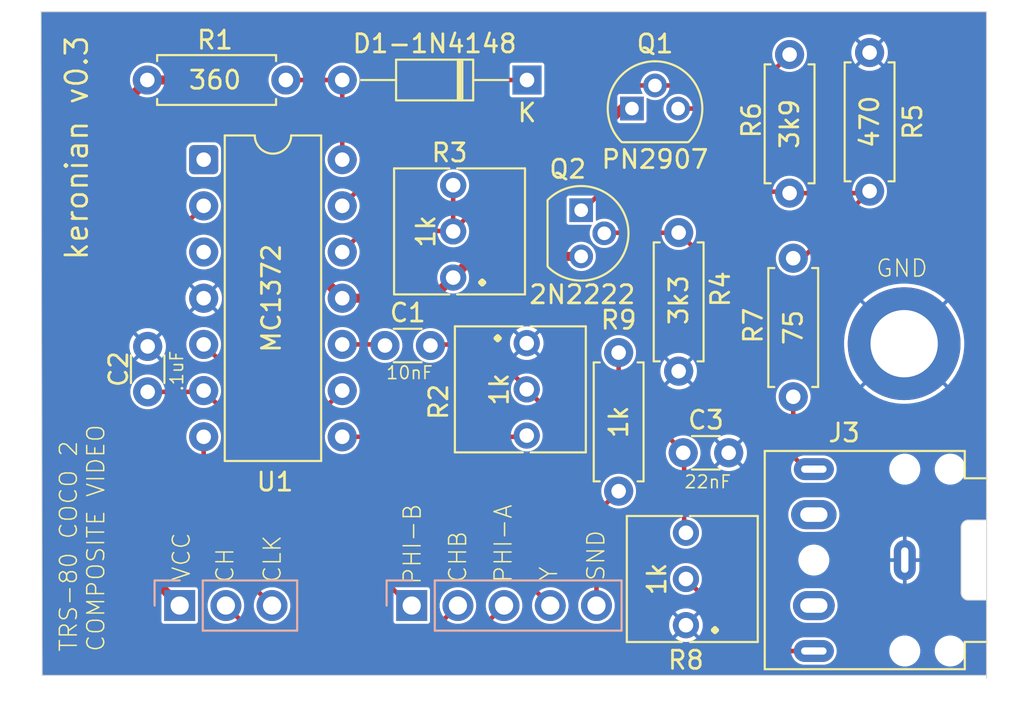
<source format=kicad_pcb>
(kicad_pcb (version 20241229) (generator "pcbnew") (generator_version "9.0")
  (layers (0 "F.Cu" signal) (2 "B.Cu" signal) (13 "F.Paste" user) (15 "B.Paste" user) (5 "F.SilkS" user "F.Silkscreen") (7 "B.SilkS" user "B.Silkscreen") (1 "F.Mask" user) (3 "B.Mask" user) (25 "Edge.Cuts" user))
  (net 0 "")
  (net 1 "VCC")
  (net 2 "GND")
  (net 5 "/CHB")
  (net 6 "/SND_OUT")
  (net 7 "/CLK")
  (net 8 "/Y")
  (net 9 "/PHI-B")
  (net 10 "/SND")
  (net 11 "/PHI-A")
  (net 12 "/RF_OUT")
  (net 13 "/COMP_OUT")
  (net 14 "/CHROM_MOD_OUT")
  (net 15 "/Q1_E")
  (net 16 "/Q2_E")
  (net 17 "/RF_TANK_2")
  (net 18 "/CHROM_IN")
  (net 19 "/RF_TANK_1")
  (net 20 "/CH")
  (net 21 "/SND_OUT_RES")
  (footprint "Capacitor_THT:C_Disc_D3.0mm_W1.6mm_P2.50mm" (layer "F.Cu") (at 151.35 112.6)
    (property "Reference" "C3" (at 1.25 -1.8 0) (layer "F.SilkS"))
    (property "Value" "22nF" (at 1.35 1.6 0) (layer "F.SilkS") (effects (font (size 0.7 0.7) (thickness 0.0875))))
    (fp_line (start 0.485 -0.92) (end 2.015 -0.92) (stroke (width 0.12)) (layer "F.SilkS"))
    (fp_line (start 0.485 0.92) (end 2.015 0.92) (stroke (width 0.12)) (layer "F.SilkS"))
    (pad "1" thru_hole circle (at 0 0) (size 1.6 1.6) (drill 0.8) (layers "*.Cu" "*.Mask") (net 21 "/SND_OUT_RES"))
    (pad "2" thru_hole circle (at 2.5 0) (size 1.6 1.6) (drill 0.8) (layers "*.Cu" "*.Mask") (net 2 "GND"))
  )
  (footprint "Connector_Audio:Jack_3.5mm_CUI_SJ1-3525N_Horizontal" (layer "F.Cu") (at 163.5342 118.5 90)
    (property "Reference" "J3" (at 7 -3.3342 0) (layer "F.SilkS"))
    (property "Value" "AUDIO_JACK_3.5MM_PTH")
    (fp_line (start 6 -7.7) (end 6 3.3) (stroke (width 0.12)) (layer "F.SilkS"))
    (fp_line (start -6 -7.7) (end 6 -7.7) (stroke (width 0.12)) (layer "F.SilkS"))
    (fp_line (start 6 3.3) (end 4.5 3.3) (stroke (width 0.12)) (layer "F.SilkS"))
    (fp_line (start 4.5 3.3) (end 4.5 4.5) (stroke (width 0.12)) (layer "F.SilkS"))
    (fp_line (start -4.5 3.3) (end -6 3.3) (stroke (width 0.12)) (layer "F.SilkS"))
    (fp_line (start -6 3.3) (end -6 -7.7) (stroke (width 0.12)) (layer "F.SilkS"))
    (fp_line (start -4.5 4.5) (end -4.5 3.3) (stroke (width 0.12)) (layer "F.SilkS"))
    (fp_line (start 1.8 3.1) (end -1.8 3.1) (stroke (width 0.05)) (layer "Edge.Cuts"))
    (fp_line (start 2.2 3.5) (end 2.2 4.5) (stroke (width 0.05)) (layer "Edge.Cuts"))
    (fp_line (start -2.2 3.5) (end -2.2 4.5) (stroke (width 0.05)) (layer "Edge.Cuts"))
    (fp_line (start 2.2 4.5) (end 6.5 4.5) (stroke (width 0.05)) (layer "Edge.Cuts"))
    (fp_line (start -2.2 4.5) (end -6.5 4.5) (stroke (width 0.05)) (layer "Edge.Cuts"))
    (fp_arc (start 1.8 3.1) (mid 2.082843 3.217157) (end 2.2 3.5) (stroke (width 0.05)) (layer "Edge.Cuts"))
    (fp_arc (start -2.2 3.5) (mid -2.082842 3.217158) (end -1.8 3.1) (stroke (width 0.05)) (layer "Edge.Cuts"))
    (pad "" np_thru_hole circle (at -5 0 90) (size 1.2 1.2) (drill 1.2) (layers "*.Cu" "*.Mask"))
    (pad "" np_thru_hole circle (at -5 2.5 90) (size 1.2 1.2) (drill 1.2) (layers "*.Cu" "*.Mask"))
    (pad "" np_thru_hole circle (at 0 -5 90) (size 1.2 1.2) (drill 1.2) (layers "*.Cu" "*.Mask"))
    (pad "" np_thru_hole circle (at 5 0 90) (size 1.2 1.2) (drill 1.2) (layers "*.Cu" "*.Mask"))
    (pad "" np_thru_hole circle (at 5 2.5 90) (size 1.2 1.2) (drill 1.2) (layers "*.Cu" "*.Mask"))
    (pad "R" thru_hole oval (at -5 -5 90) (size 1.2 2.2) (drill oval 0.4 1.4) (layers "*.Cu" "*.Mask") (net 6 "/SND_OUT"))
    (pad "RN" thru_hole oval (at -2.5 -5 90) (size 1.6 2.3) (drill oval 0.8 1.5) (layers "*.Cu" "*.Mask"))
    (pad "S" thru_hole oval (at 0 0 90) (size 2.2 1.2) (drill oval 1.4 0.4) (layers "*.Cu" "*.Mask") (net 2 "GND"))
    (pad "T" thru_hole oval (at 5 -5 270) (size 1.2 2.2) (drill oval 0.4 1.4) (layers "*.Cu" "*.Mask") (net 13 "/COMP_OUT"))
    (pad "TN" thru_hole oval (at 2.5 -5 270) (size 1.6 2.5) (drill oval 0.8 1.5) (layers "*.Cu" "*.Mask"))
  )
  (footprint "Resistor_THT:R_Axial_DIN0207_L6.3mm_D2.5mm_P7.62mm_Horizontal" (layer "F.Cu") (at 157.2 90.7 -90)
    (property "Reference" "R6" (at 3.61 2.1 270) (layer "F.SilkS"))
    (property "Value" "3k9" (at 3.81 0 270) (layer "F.SilkS"))
    (fp_line (start 0.54 1.37) (end 7.08 1.37) (stroke (width 0.12)) (layer "F.SilkS"))
    (fp_line (start 7.08 1.37) (end 7.08 1.04) (stroke (width 0.12)) (layer "F.SilkS"))
    (fp_line (start 0.54 1.04) (end 0.54 1.37) (stroke (width 0.12)) (layer "F.SilkS"))
    (fp_line (start 0.54 -1.04) (end 0.54 -1.37) (stroke (width 0.12)) (layer "F.SilkS"))
    (fp_line (start 0.54 -1.37) (end 7.08 -1.37) (stroke (width 0.12)) (layer "F.SilkS"))
    (fp_line (start 7.08 -1.37) (end 7.08 -1.04) (stroke (width 0.12)) (layer "F.SilkS"))
    (pad "1" thru_hole circle (at 0 0 270) (size 1.6 1.6) (drill 0.8) (layers "*.Cu" "*.Mask") (net 12 "/RF_OUT"))
    (pad "2" thru_hole oval (at 7.62 0 270) (size 1.6 1.6) (drill 0.8) (layers "*.Cu" "*.Mask") (net 16 "/Q2_E"))
  )
  (footprint "Capacitor_THT:C_Disc_D3.0mm_W1.6mm_P2.50mm" (layer "F.Cu") (at 121.9 109.25 90)
    (property "Reference" "C2" (at 1.25 -1.6 90) (layer "F.SilkS"))
    (property "Value" ".1uF" (at 1.15 1.6 90) (layer "F.SilkS") (effects (font (size 0.7 0.7) (thickness 0.0875))))
    (fp_line (start 0.485 -0.92) (end 2.015 -0.92) (stroke (width 0.12)) (layer "F.SilkS"))
    (fp_line (start 0.485 0.92) (end 2.015 0.92) (stroke (width 0.12)) (layer "F.SilkS"))
    (pad "1" thru_hole circle (at 0 0 90) (size 1.6 1.6) (drill 0.8) (layers "*.Cu" "*.Mask") (net 5 "/CHB"))
    (pad "2" thru_hole circle (at 2.5 0 90) (size 1.6 1.6) (drill 0.8) (layers "*.Cu" "*.Mask") (net 2 "GND"))
  )
  (footprint "Modified:Potentiometer_Bourns_3266Y_Vertical" (layer "F.Cu") (at 151.5 122.08 -90)
    (property "Reference" "R8" (at 1.92 0 0) (layer "F.SilkS"))
    (property "Value" "1k" (at -2.54 1.6 270) (layer "F.SilkS"))
    (fp_line (start -6.005 3.25) (end 0.925 3.25) (stroke (width 0.12)) (layer "F.SilkS"))
    (fp_line (start -6.005 0.217) (end -6.005 3.25) (stroke (width 0.12)) (layer "F.SilkS"))
    (fp_line (start 0.925 0.217) (end 0.925 3.25) (stroke (width 0.12)) (layer "F.SilkS"))
    (fp_line (start -6.005 -3.95) (end -6.005 -0.217) (stroke (width 0.12)) (layer "F.SilkS"))
    (fp_line (start -6.005 -3.95) (end 0.925 -3.95) (stroke (width 0.12)) (layer "F.SilkS"))
    (fp_line (start 0.925 -3.95) (end 0.925 -0.217) (stroke (width 0.12)) (layer "F.SilkS"))
    (fp_text user "." (at -0.36955 -1.243361 270) (layer "F.SilkS") (effects (font (size 2 2) (thickness 0.25)) (justify left bottom)))
    (pad "1" thru_hole circle (at 0 0 270) (size 1.44 1.44) (drill 0.8) (layers "*.Cu" "*.Mask") (net 2 "GND"))
    (pad "2" thru_hole circle (at -2.54 0 270) (size 1.44 1.44) (drill 0.8) (layers "*.Cu" "*.Mask") (net 6 "/SND_OUT"))
    (pad "3" thru_hole circle (at -5.08 0 270) (size 1.44 1.44) (drill 0.8) (layers "*.Cu" "*.Mask") (net 21 "/SND_OUT_RES"))
  )
  (footprint "Package_TO_SOT_THT:TO-92" (layer "F.Cu") (at 148.53 93.67)
    (property "Reference" "Q1" (at 1.27 -3.56 0) (layer "F.SilkS"))
    (property "Value" "PN2907" (at 1.27 2.79 0) (layer "F.SilkS"))
    (fp_line (start -0.53 1.85) (end 3.07 1.85) (stroke (width 0.12)) (layer "F.SilkS"))
    (fp_arc (start -0.568478 1.838478) (mid -1.132087 -0.994977) (end 1.27 -2.6) (stroke (width 0.12)) (layer "F.SilkS"))
    (fp_arc (start 1.27 -2.6) (mid 3.672087 -0.994977) (end 3.108478 1.838478) (stroke (width 0.12)) (layer "F.SilkS"))
    (pad "1" thru_hole rect (at 0 0) (size 1.3 1.3) (drill 0.75) (layers "*.Cu" "*.Mask") (net 1 "VCC"))
    (pad "2" thru_hole circle (at 1.27 -1.27) (size 1.3 1.3) (drill 0.75) (layers "*.Cu" "*.Mask") (net 12 "/RF_OUT"))
    (pad "3" thru_hole circle (at 2.54 0) (size 1.3 1.3) (drill 0.75) (layers "*.Cu" "*.Mask") (net 15 "/Q1_E"))
  )
  (footprint "Diode_THT:D_DO-35_SOD27_P10.16mm_Horizontal" (layer "F.Cu") (at 142.76 92.1 180)
    (property "Reference" "D1-1N4148" (at 5.08 2 180) (layer "F.SilkS"))
    (property "Value" "1N4148")
    (fp_line (start 9.12 0) (end 7.2 0) (stroke (width 0.12)) (layer "F.SilkS"))
    (fp_line (start 7.2 1.12) (end 7.2 -1.12) (stroke (width 0.12)) (layer "F.SilkS"))
    (fp_line (start 7.2 -1.12) (end 2.96 -1.12) (stroke (width 0.12)) (layer "F.SilkS"))
    (fp_line (start 3.8 -1.12) (end 3.8 1.12) (stroke (width 0.12)) (layer "F.SilkS"))
    (fp_line (start 3.68 -1.12) (end 3.68 1.12) (stroke (width 0.12)) (layer "F.SilkS"))
    (fp_line (start 3.56 -1.12) (end 3.56 1.12) (stroke (width 0.12)) (layer "F.SilkS"))
    (fp_line (start 2.96 1.12) (end 7.2 1.12) (stroke (width 0.12)) (layer "F.SilkS"))
    (fp_line (start 2.96 -1.12) (end 2.96 1.12) (stroke (width 0.12)) (layer "F.SilkS"))
    (fp_line (start 1.04 0) (end 2.96 0) (stroke (width 0.12)) (layer "F.SilkS"))
    (fp_text user "K" (at 0 -1.8 180) (layer "F.SilkS"))
    (pad "1" thru_hole rect (at 0 0 180) (size 1.6 1.6) (drill 0.8) (layers "*.Cu" "*.Mask") (net 19 "/RF_TANK_1"))
    (pad "2" thru_hole oval (at 10.16 0 180) (size 1.6 1.6) (drill 0.8) (layers "*.Cu" "*.Mask") (net 17 "/RF_TANK_2"))
  )
  (footprint "Modified:Potentiometer_Bourns_3266Y_Vertical" (layer "F.Cu") (at 138.7 102.9649 -90)
    (property "Reference" "R3" (at -6.8649 0.2 0) (layer "F.SilkS"))
    (property "Value" "1k" (at -2.54 1.5 90) (layer "F.SilkS"))
    (fp_line (start -6.005 3.25) (end 0.925 3.25) (stroke (width 0.12)) (layer "F.SilkS"))
    (fp_line (start -6.005 0.217) (end -6.005 3.25) (stroke (width 0.12)) (layer "F.SilkS"))
    (fp_line (start 0.925 0.217) (end 0.925 3.25) (stroke (width 0.12)) (layer "F.SilkS"))
    (fp_line (start -6.005 -3.95) (end -6.005 -0.217) (stroke (width 0.12)) (layer "F.SilkS"))
    (fp_line (start -6.005 -3.95) (end 0.925 -3.95) (stroke (width 0.12)) (layer "F.SilkS"))
    (fp_line (start 0.925 -3.95) (end 0.925 -0.217) (stroke (width 0.12)) (layer "F.SilkS"))
    (fp_text user "." (at -0.36955 -1.243361 270) (layer "F.SilkS") (effects (font (size 2 2) (thickness 0.25)) (justify left bottom)))
    (pad "1" thru_hole circle (at 0 0 270) (size 1.44 1.44) (drill 0.8) (layers "*.Cu" "*.Mask") (net 1 "VCC"))
    (pad "2" thru_hole circle (at -2.54 0 270) (size 1.44 1.44) (drill 0.8) (layers "*.Cu" "*.Mask") (net 12 "/RF_OUT"))
    (pad "3" thru_hole circle (at -5.08 0 270) (size 1.44 1.44) (drill 0.8) (layers "*.Cu" "*.Mask") (net 12 "/RF_OUT"))
  )
  (footprint "MountingHole:MountingHole_3.7mm_Pad" (layer "F.Cu") (at 163.5 106.6)
    (property "Reference" "PAD1" (hide yes))
    (property "Value" "2,54/0,8")
    (pad "1" thru_hole circle (at 0 0) (size 6.2 6.2) (drill 3.7) (layers "*.Cu" "*.Mask") (net 2 "GND"))
  )
  (footprint "Package_DIP:DIP-14_W7.62mm" (layer "F.Cu") (at 124.98 96.48)
    (property "Reference" "U1" (at 3.92 17.72 0) (layer "F.SilkS"))
    (property "Value" "MC1372" (at 3.72 7.62 90) (layer "F.SilkS"))
    (fp_line (start 1.16 -1.33) (end 1.16 16.57) (stroke (width 0.12)) (layer "F.SilkS"))
    (fp_line (start 1.16 16.57) (end 6.46 16.57) (stroke (width 0.12)) (layer "F.SilkS"))
    (fp_line (start 2.81 -1.33) (end 1.16 -1.33) (stroke (width 0.12)) (layer "F.SilkS"))
    (fp_line (start 6.46 -1.33) (end 4.81 -1.33) (stroke (width 0.12)) (layer "F.SilkS"))
    (fp_line (start 6.46 16.57) (end 6.46 -1.33) (stroke (width 0.12)) (layer "F.SilkS"))
    (fp_arc (start 4.81 -1.33) (mid 3.81 -0.33) (end 2.81 -1.33) (stroke (width 0.12)) (layer "F.SilkS"))
    (pad "1" thru_hole roundrect (at 0 0) (size 1.6 1.6) (drill 0.8) (layers "*.Cu" "*.Mask") (roundrect_rratio 0.15625))
    (pad "2" thru_hole circle (at 0 2.54) (size 1.6 1.6) (drill 0.8) (layers "*.Cu" "*.Mask") (net 7 "/CLK"))
    (pad "3" thru_hole circle (at 0 5.08) (size 1.6 1.6) (drill 0.8) (layers "*.Cu" "*.Mask"))
    (pad "4" thru_hole circle (at 0 7.62) (size 1.6 1.6) (drill 0.8) (layers "*.Cu" "*.Mask") (net 2 "GND"))
    (pad "5" thru_hole circle (at 0 10.16) (size 1.6 1.6) (drill 0.8) (layers "*.Cu" "*.Mask") (net 9 "/PHI-B"))
    (pad "6" thru_hole circle (at 0 12.7) (size 1.6 1.6) (drill 0.8) (layers "*.Cu" "*.Mask") (net 5 "/CHB"))
    (pad "7" thru_hole circle (at 0 15.24) (size 1.6 1.6) (drill 0.8) (layers "*.Cu" "*.Mask") (net 11 "/PHI-A"))
    (pad "8" thru_hole circle (at 7.62 15.24) (size 1.6 1.6) (drill 0.8) (layers "*.Cu" "*.Mask") (net 14 "/CHROM_MOD_OUT"))
    (pad "9" thru_hole circle (at 7.62 12.7) (size 1.6 1.6) (drill 0.8) (layers "*.Cu" "*.Mask") (net 8 "/Y"))
    (pad "10" thru_hole circle (at 7.62 10.16) (size 1.6 1.6) (drill 0.8) (layers "*.Cu" "*.Mask") (net 18 "/CHROM_IN"))
    (pad "11" thru_hole circle (at 7.62 7.62) (size 1.6 1.6) (drill 0.8) (layers "*.Cu" "*.Mask") (net 1 "VCC"))
    (pad "12" thru_hole circle (at 7.62 5.08) (size 1.6 1.6) (drill 0.8) (layers "*.Cu" "*.Mask") (net 12 "/RF_OUT"))
    (pad "13" thru_hole circle (at 7.62 2.54) (size 1.6 1.6) (drill 0.8) (layers "*.Cu" "*.Mask") (net 19 "/RF_TANK_1"))
    (pad "14" thru_hole circle (at 7.62 0) (size 1.6 1.6) (drill 0.8) (layers "*.Cu" "*.Mask") (net 17 "/RF_TANK_2"))
  )
  (footprint "Capacitor_THT:C_Disc_D3.0mm_W1.6mm_P2.50mm" (layer "F.Cu") (at 134.95 106.7)
    (property "Reference" "C1" (at 1.25 -1.8 0) (layer "F.SilkS"))
    (property "Value" "10nF" (at 1.35 1.5 0) (layer "F.SilkS") (effects (font (size 0.7 0.7) (thickness 0.0875))))
    (fp_line (start 0.485 -0.92) (end 2.015 -0.92) (stroke (width 0.12)) (layer "F.SilkS"))
    (fp_line (start 0.485 0.92) (end 2.015 0.92) (stroke (width 0.12)) (layer "F.SilkS"))
    (pad "1" thru_hole circle (at 0 0) (size 1.6 1.6) (drill 0.8) (layers "*.Cu" "*.Mask") (net 18 "/CHROM_IN"))
    (pad "2" thru_hole circle (at 2.5 0) (size 1.6 1.6) (drill 0.8) (layers "*.Cu" "*.Mask") (net 20 "/CH"))
  )
  (footprint "Resistor_THT:R_Axial_DIN0207_L6.3mm_D2.5mm_P7.62mm_Horizontal" (layer "F.Cu") (at 151.1 108.11 90)
    (property "Reference" "R4" (at 4.51 2.3 90) (layer "F.SilkS"))
    (property "Value" "3k3" (at 3.91 0 90) (layer "F.SilkS"))
    (fp_line (start 7.08 -1.37) (end 7.08 -1.04) (stroke (width 0.12)) (layer "F.SilkS"))
    (fp_line (start 0.54 -1.37) (end 7.08 -1.37) (stroke (width 0.12)) (layer "F.SilkS"))
    (fp_line (start 0.54 -1.04) (end 0.54 -1.37) (stroke (width 0.12)) (layer "F.SilkS"))
    (fp_line (start 0.54 1.04) (end 0.54 1.37) (stroke (width 0.12)) (layer "F.SilkS"))
    (fp_line (start 7.08 1.37) (end 7.08 1.04) (stroke (width 0.12)) (layer "F.SilkS"))
    (fp_line (start 0.54 1.37) (end 7.08 1.37) (stroke (width 0.12)) (layer "F.SilkS"))
    (pad "1" thru_hole circle (at 0 0 90) (size 1.6 1.6) (drill 0.8) (layers "*.Cu" "*.Mask") (net 2 "GND"))
    (pad "2" thru_hole oval (at 7.62 0 90) (size 1.6 1.6) (drill 0.8) (layers "*.Cu" "*.Mask") (net 15 "/Q1_E"))
  )
  (footprint "Resistor_THT:R_Axial_DIN0207_L6.3mm_D2.5mm_P7.62mm_Horizontal" (layer "F.Cu") (at 161.6 90.59 -90)
    (property "Reference" "R5" (at 3.81 -2.37 90) (layer "F.SilkS"))
    (property "Value" "470" (at 3.81 0 90) (layer "F.SilkS"))
    (fp_line (start 0.54 1.37) (end 7.08 1.37) (stroke (width 0.12)) (layer "F.SilkS"))
    (fp_line (start 7.08 1.37) (end 7.08 1.04) (stroke (width 0.12)) (layer "F.SilkS"))
    (fp_line (start 0.54 1.04) (end 0.54 1.37) (stroke (width 0.12)) (layer "F.SilkS"))
    (fp_line (start 0.54 -1.04) (end 0.54 -1.37) (stroke (width 0.12)) (layer "F.SilkS"))
    (fp_line (start 0.54 -1.37) (end 7.08 -1.37) (stroke (width 0.12)) (layer "F.SilkS"))
    (fp_line (start 7.08 -1.37) (end 7.08 -1.04) (stroke (width 0.12)) (layer "F.SilkS"))
    (pad "1" thru_hole circle (at 0 0 270) (size 1.6 1.6) (drill 0.8) (layers "*.Cu" "*.Mask") (net 2 "GND"))
    (pad "2" thru_hole oval (at 7.62 0 270) (size 1.6 1.6) (drill 0.8) (layers "*.Cu" "*.Mask") (net 16 "/Q2_E"))
  )
  (footprint "Package_TO_SOT_THT:TO-92" (layer "F.Cu") (at 145.74 99.26 -90)
    (property "Reference" "Q2" (at -2.26 0.74 0) (layer "F.SilkS"))
    (property "Value" "2N2222" (at 4.64 -0.06 0) (layer "F.SilkS"))
    (fp_line (start -0.53 1.85) (end 3.07 1.85) (stroke (width 0.12)) (layer "F.SilkS"))
    (fp_arc (start -0.568478 1.838478) (mid -1.132087 -0.994977) (end 1.27 -2.6) (stroke (width 0.12)) (layer "F.SilkS"))
    (fp_arc (start 1.27 -2.6) (mid 3.672087 -0.994977) (end 3.108478 1.838478) (stroke (width 0.12)) (layer "F.SilkS"))
    (pad "1" thru_hole rect (at 0 0 270) (size 1.3 1.3) (drill 0.75) (layers "*.Cu" "*.Mask") (net 16 "/Q2_E"))
    (pad "2" thru_hole circle (at 1.27 -1.27 270) (size 1.3 1.3) (drill 0.75) (layers "*.Cu" "*.Mask") (net 15 "/Q1_E"))
    (pad "3" thru_hole circle (at 2.54 0 270) (size 1.3 1.3) (drill 0.75) (layers "*.Cu" "*.Mask") (net 1 "VCC"))
  )
  (footprint "Modified:Potentiometer_Bourns_3266Y_Vertical" (layer "F.Cu") (at 142.745 106.571842 90)
    (property "Reference" "R2" (at -3.228158 -4.845 90) (layer "F.SilkS"))
    (property "Value" "1k" (at -2.54 -1.511842 90) (layer "F.SilkS"))
    (fp_line (start 0.925 -3.95) (end 0.925 -0.217) (stroke (width 0.12)) (layer "F.SilkS"))
    (fp_line (start -6.005 -3.95) (end 0.925 -3.95) (stroke (width 0.12)) (layer "F.SilkS"))
    (fp_line (start -6.005 -3.95) (end -6.005 -0.217) (stroke (width 0.12)) (layer "F.SilkS"))
    (fp_line (start 0.925 0.217) (end 0.925 3.25) (stroke (width 0.12)) (layer "F.SilkS"))
    (fp_line (start -6.005 0.217) (end -6.005 3.25) (stroke (width 0.12)) (layer "F.SilkS"))
    (fp_line (start -6.005 3.25) (end 0.925 3.25) (stroke (width 0.12)) (layer "F.SilkS"))
    (fp_text user "." (at -0.36955 -1.243361 90) (layer "F.SilkS") (effects (font (size 2 2) (thickness 0.25)) (justify left bottom)))
    (pad "1" thru_hole circle (at 0 0 90) (size 1.44 1.44) (drill 0.8) (layers "*.Cu" "*.Mask") (net 2 "GND"))
    (pad "2" thru_hole circle (at -2.54 0 90) (size 1.44 1.44) (drill 0.8) (layers "*.Cu" "*.Mask") (net 20 "/CH"))
    (pad "3" thru_hole circle (at -5.08 0 90) (size 1.44 1.44) (drill 0.8) (layers "*.Cu" "*.Mask") (net 14 "/CHROM_MOD_OUT"))
  )
  (footprint "Resistor_THT:R_Axial_DIN0207_L6.3mm_D2.5mm_P7.62mm_Horizontal" (layer "F.Cu") (at 147.8 107.09 -90)
    (property "Reference" "R9" (at -1.79 0 180) (layer "F.SilkS"))
    (property "Value" "1k" (at 3.81 0 270) (layer "F.SilkS"))
    (fp_line (start 0.54 1.37) (end 7.08 1.37) (stroke (width 0.12)) (layer "F.SilkS"))
    (fp_line (start 7.08 1.37) (end 7.08 1.04) (stroke (width 0.12)) (layer "F.SilkS"))
    (fp_line (start 0.54 1.04) (end 0.54 1.37) (stroke (width 0.12)) (layer "F.SilkS"))
    (fp_line (start 0.54 -1.04) (end 0.54 -1.37) (stroke (width 0.12)) (layer "F.SilkS"))
    (fp_line (start 0.54 -1.37) (end 7.08 -1.37) (stroke (width 0.12)) (layer "F.SilkS"))
    (fp_line (start 7.08 -1.37) (end 7.08 -1.04) (stroke (width 0.12)) (layer "F.SilkS"))
    (pad "1" thru_hole circle (at 0 0 270) (size 1.6 1.6) (drill 0.8) (layers "*.Cu" "*.Mask") (net 21 "/SND_OUT_RES"))
    (pad "2" thru_hole oval (at 7.62 0 270) (size 1.6 1.6) (drill 0.8) (layers "*.Cu" "*.Mask") (net 10 "/SND"))
  )
  (footprint "Resistor_THT:R_Axial_DIN0207_L6.3mm_D2.5mm_P7.62mm_Horizontal" (layer "F.Cu") (at 157.4 101.9 -90)
    (property "Reference" "R7" (at 3.7 2.2 270) (layer "F.SilkS"))
    (property "Value" "75" (at 3.81 0 270) (layer "F.SilkS"))
    (fp_line (start 0.54 1.37) (end 7.08 1.37) (stroke (width 0.12)) (layer "F.SilkS"))
    (fp_line (start 7.08 1.37) (end 7.08 1.04) (stroke (width 0.12)) (layer "F.SilkS"))
    (fp_line (start 0.54 1.04) (end 0.54 1.37) (stroke (width 0.12)) (layer "F.SilkS"))
    (fp_line (start 0.54 -1.04) (end 0.54 -1.37) (stroke (width 0.12)) (layer "F.SilkS"))
    (fp_line (start 0.54 -1.37) (end 7.08 -1.37) (stroke (width 0.12)) (layer "F.SilkS"))
    (fp_line (start 7.08 -1.37) (end 7.08 -1.04) (stroke (width 0.12)) (layer "F.SilkS"))
    (pad "1" thru_hole circle (at 0 0 270) (size 1.6 1.6) (drill 0.8) (layers "*.Cu" "*.Mask") (net 16 "/Q2_E"))
    (pad "2" thru_hole oval (at 7.62 0 270) (size 1.6 1.6) (drill 0.8) (layers "*.Cu" "*.Mask") (net 13 "/COMP_OUT"))
  )
  (footprint "Resistor_THT:R_Axial_DIN0207_L6.3mm_D2.5mm_P7.62mm_Horizontal" (layer "F.Cu") (at 129.5 92.1 180)
    (property "Reference" "R1" (at 3.9 2.2 180) (layer "F.SilkS"))
    (property "Value" "360" (at 3.9 0 180) (layer "F.SilkS"))
    (fp_line (start 7.08 1.37) (end 7.08 1.04) (stroke (width 0.12)) (layer "F.SilkS"))
    (fp_line (start 7.08 -1.37) (end 7.08 -1.04) (stroke (width 0.12)) (layer "F.SilkS"))
    (fp_line (start 0.54 1.37) (end 7.08 1.37) (stroke (width 0.12)) (layer "F.SilkS"))
    (fp_line (start 0.54 1.04) (end 0.54 1.37) (stroke (width 0.12)) (layer "F.SilkS"))
    (fp_line (start 0.54 -1.04) (end 0.54 -1.37) (stroke (width 0.12)) (layer "F.SilkS"))
    (fp_line (start 0.54 -1.37) (end 7.08 -1.37) (stroke (width 0.12)) (layer "F.SilkS"))
    (pad "1" thru_hole circle (at 0 0 180) (size 1.6 1.6) (drill 0.8) (layers "*.Cu" "*.Mask") (net 17 "/RF_TANK_2"))
    (pad "2" thru_hole oval (at 7.62 0 180) (size 1.6 1.6) (drill 0.8) (layers "*.Cu" "*.Mask") (net 1 "VCC"))
  )
  (footprint "Connector_PinHeader_2.54mm:PinHeader_1x03_P2.54mm_Vertical" (layer "B.Cu") (at 123.66 121 -90)
    (property "Reference" "J1")
    (property "Value" "MA03-1")
    (fp_line (start -1.38 1.38) (end 0 1.38) (stroke (width 0.12)) (layer "B.SilkS"))
    (fp_line (start -1.38 0) (end -1.38 1.38) (stroke (width 0.12)) (layer "B.SilkS"))
    (fp_line (start -1.38 -1.27) (end 1.38 -1.27) (stroke (width 0.12)) (layer "B.SilkS"))
    (fp_line (start -1.38 -1.27) (end -1.38 -6.46) (stroke (width 0.12)) (layer "B.SilkS"))
    (fp_line (start 1.38 -1.27) (end 1.38 -6.46) (stroke (width 0.12)) (layer "B.SilkS"))
    (fp_line (start -1.38 -6.46) (end 1.38 -6.46) (stroke (width 0.12)) (layer "B.SilkS"))
    (pad "1" thru_hole rect (at 0 0 270) (size 1.7 1.7) (drill 1) (layers "*.Cu" "*.Mask") (net 1 "VCC"))
    (pad "2" thru_hole circle (at 0 -2.54 270) (size 1.7 1.7) (drill 1) (layers "*.Cu" "*.Mask") (net 20 "/CH"))
    (pad "3" thru_hole circle (at 0 -5.08 270) (size 1.7 1.7) (drill 1) (layers "*.Cu" "*.Mask") (net 7 "/CLK"))
  )
  (footprint "Connector_PinHeader_2.54mm:PinHeader_1x05_P2.54mm_Vertical" (layer "B.Cu") (at 136.42 121 -90)
    (property "Reference" "J2")
    (property "Value" "MA05-1")
    (fp_line (start -1.38 1.38) (end 0 1.38) (stroke (width 0.12)) (layer "B.SilkS"))
    (fp_line (start -1.38 0) (end -1.38 1.38) (stroke (width 0.12)) (layer "B.SilkS"))
    (fp_line (start -1.38 -1.27) (end 1.38 -1.27) (stroke (width 0.12)) (layer "B.SilkS"))
    (fp_line (start -1.38 -1.27) (end -1.38 -11.54) (stroke (width 0.12)) (layer "B.SilkS"))
    (fp_line (start 1.38 -1.27) (end 1.38 -11.54) (stroke (width 0.12)) (layer "B.SilkS"))
    (fp_line (start -1.38 -11.54) (end 1.38 -11.54) (stroke (width 0.12)) (layer "B.SilkS"))
    (pad "1" thru_hole rect (at 0 0 270) (size 1.7 1.7) (drill 1) (layers "*.Cu" "*.Mask") (net 9 "/PHI-B"))
    (pad "2" thru_hole circle (at 0 -2.54 270) (size 1.7 1.7) (drill 1) (layers "*.Cu" "*.Mask") (net 5 "/CHB"))
    (pad "3" thru_hole circle (at 0 -5.08 270) (size 1.7 1.7) (drill 1) (layers "*.Cu" "*.Mask") (net 11 "/PHI-A"))
    (pad "4" thru_hole circle (at 0 -7.62 270) (size 1.7 1.7) (drill 1) (layers "*.Cu" "*.Mask") (net 8 "/Y"))
    (pad "5" thru_hole circle (at 0 -10.16 270) (size 1.7 1.7) (drill 1) (layers "*.Cu" "*.Mask") (net 10 "/SND"))
  )
  (gr_line (start 116.0977 124.8411) (end 116.0342 88.3411) (stroke (width 0.05)) (layer "Edge.Cuts"))
  (gr_line (start 168.0342 124.8411) (end 116.0977 124.8411) (stroke (width 0.05)) (layer "Edge.Cuts"))
  (gr_line (start 116.0342 88.3411) (end 168.0342 88.3411) (stroke (width 0.05)) (layer "Edge.Cuts"))
  (gr_line (start 168.0342 88.3411) (end 168.0342 124.8411) (stroke (width 0.05)) (layer "Edge.Cuts"))
  (gr_text "Y" (at 144.5 119.7 90) (layer "F.SilkS") (effects (font (size 0.93472 0.93472) (thickness 0.08128)) (justify left bottom)))
  (gr_text "CLK" (at 129.3 119.8 90) (layer "F.SilkS") (effects (font (size 0.93472 0.93472) (thickness 0.08128)) (justify left bottom)))
  (gr_text "PHI-A" (at 142 119.8 90) (layer "F.SilkS") (effects (font (size 0.93472 0.93472) (thickness 0.08128)) (justify left bottom)))
  (gr_text "keronian v0.3" (at 118.7 102.1 90) (layer "F.SilkS") (effects (font (size 1.2 1.2)) (justify left bottom)))
  (gr_text "CHB" (at 139.5 119.8 90) (layer "F.SilkS") (effects (font (size 0.93472 0.93472) (thickness 0.08128)) (justify left bottom)))
  (gr_text "GND" (at 161.9 103 0) (layer "F.SilkS") (effects (font (size 0.93472 0.93472) (thickness 0.08128)) (justify left bottom)))
  (gr_text "TRS-80 COCO 2\nCOMPOSITE VIDEO" (at 119.6 123.6 90) (layer "F.SilkS") (effects (font (size 0.93472 0.93472) (thickness 0.08128)) (justify left bottom)))
  (gr_text "VCC" (at 124.3 119.7 90) (layer "F.SilkS") (effects (font (size 0.93472 0.93472) (thickness 0.08128)) (justify left bottom)))
  (gr_text "CH" (at 126.7 119.8 90) (layer "F.SilkS") (effects (font (size 0.93472 0.93472) (thickness 0.08128)) (justify left bottom)))
  (gr_text "PHI-B" (at 137 119.9 90) (layer "F.SilkS") (effects (font (size 0.93472 0.93472) (thickness 0.08128)) (justify left bottom)))
  (gr_text "SND" (at 147.1 119.7 90) (layer "F.SilkS") (effects (font (size 0.93472 0.93472) (thickness 0.08128)) (justify left bottom)))
  (segment (start 138.71 102.94) (end 138.7 102.94) (width 0.25) (layer "F.Cu") (net 1))
  (segment (start 121.9 92.1) (end 125.1 92.1) (width 0.5) (layer "F.Cu") (net 1))
  (segment (start 132.6 104.1) (end 137.54 104.1) (width 0.5) (layer "F.Cu") (net 1))
  (segment (start 129.8 96.8) (end 129.8 101.3) (width 0.5) (layer "F.Cu") (net 1))
  (segment (start 118.2 95.8) (end 121.9 92.1) (width 0.5) (layer "F.Cu") (net 1))
  (segment (start 123.66 121) (end 118.2 115.54) (width 0.5) (layer "F.Cu") (net 1))
  (segment (start 118.2 115.54) (end 118.2 95.8) (width 0.5) (layer "F.Cu") (net 1))
  (segment (start 129.8 101.3) (end 132.6 104.1) (width 0.5) (layer "F.Cu") (net 1))
  (segment (start 125.1 92.1) (end 129.8 96.8) (width 0.5) (layer "F.Cu") (net 1))
  (segment (start 147.98 93.67) (end 138.71 102.94) (width 0.5) (layer "F.Cu") (net 1))
  (segment (start 137.54 104.1) (end 138.7 102.94) (width 0.5) (layer "F.Cu") (net 1))
  (segment (start 139.84 101.8) (end 145.74 101.8) (width 0.5) (layer "F.Cu") (net 1))
  (segment (start 148.53 93.67) (end 147.98 93.67) (width 0.5) (layer "F.Cu") (net 1))
  (segment (start 124.91 109.25) (end 124.98 109.18) (width 0.25) (layer "F.Cu") (net 5))
  (segment (start 138.96 121) (end 137.46 122.5) (width 0.25) (layer "F.Cu") (net 5))
  (segment (start 137.46 122.5) (end 135.3 122.5) (width 0.25) (layer "F.Cu") (net 5))
  (segment (start 135.3 122.5) (end 126.5 113.7) (width 0.25) (layer "F.Cu") (net 5))
  (segment (start 121.9 109.25) (end 124.91 109.25) (width 0.25) (layer "F.Cu") (net 5))
  (segment (start 126.5 110.7) (end 124.98 109.18) (width 0.25) (layer "F.Cu") (net 5))
  (segment (start 126.5 113.7) (end 126.5 110.7) (width 0.25) (layer "F.Cu") (net 5))
  (segment (start 124.96 109.2) (end 124.98 109.18) (width 0.25) (layer "B.Cu") (net 5))
  (segment (start 151.5 119.54) (end 155.46 123.5) (width 0.25) (layer "F.Cu") (net 6))
  (segment (start 155.46 123.5) (end 158.5342 123.5) (width 0.25) (layer "F.Cu") (net 6))
  (segment (start 128.74 121) (end 120 112.26) (width 0.25) (layer "F.Cu") (net 7))
  (segment (start 120 104) (end 124.98 99.02) (width 0.25) (layer "F.Cu") (net 7))
  (segment (start 120 112.26) (end 120 104) (width 0.25) (layer "F.Cu") (net 7))
  (segment (start 135 116.3) (end 130.9 112.2) (width 0.25) (layer "F.Cu") (net 8))
  (segment (start 130.9 112.2) (end 130.9 110.88) (width 0.25) (layer "F.Cu") (net 8))
  (segment (start 139.34 116.3) (end 135 116.3) (width 0.25) (layer "F.Cu") (net 8))
  (segment (start 144.04 121) (end 139.34 116.3) (width 0.25) (layer "F.Cu") (net 8))
  (segment (start 130.9 110.88) (end 132.6 109.18) (width 0.25) (layer "F.Cu") (net 8))
  (segment (start 136.3 121) (end 136.42 121) (width 0.25) (layer "F.Cu") (net 9))
  (segment (start 127.6 109.26) (end 127.6 112.3) (width 0.25) (layer "F.Cu") (net 9))
  (segment (start 124.98 106.64) (end 127.6 109.26) (width 0.25) (layer "F.Cu") (net 9))
  (segment (start 127.6 112.3) (end 136.3 121) (width 0.25) (layer "F.Cu") (net 9))
  (segment (start 146.58 121) (end 146.58 115.92) (width 0.25) (layer "F.Cu") (net 10))
  (segment (start 146.58 115.92) (end 147.79 114.71) (width 0.25) (layer "F.Cu") (net 10))
  (segment (start 147.79 114.71) (end 147.8 114.71) (width 0.25) (layer "F.Cu") (net 10))
  (segment (start 141.5 121) (end 139.4 123.1) (width 0.25) (layer "F.Cu") (net 11))
  (segment (start 124.98 114.88) (end 124.98 111.72) (width 0.25) (layer "F.Cu") (net 11))
  (segment (start 139.4 123.1) (end 133.2 123.1) (width 0.25) (layer "F.Cu") (net 11))
  (segment (start 133.2 123.1) (end 124.98 114.88) (width 0.25) (layer "F.Cu") (net 11))
  (segment (start 155.5 92.4) (end 149.8 92.4) (width 0.25) (layer "F.Cu") (net 12))
  (segment (start 138.7 97.86) (end 138.7 100.4) (width 0.25) (layer "F.Cu") (net 12))
  (segment (start 138.7 100.4) (end 146.7 92.4) (width 0.25) (layer "F.Cu") (net 12))
  (segment (start 132.6 101.56) (end 133.76 100.4) (width 0.25) (layer "F.Cu") (net 12))
  (segment (start 133.76 100.4) (end 138.7 100.4) (width 0.25) (layer "F.Cu") (net 12))
  (segment (start 157.2 90.7) (end 155.5 92.4) (width 0.25) (layer "F.Cu") (net 12))
  (segment (start 146.7 92.4) (end 149.8 92.4) (width 0.25) (layer "F.Cu") (net 12))
  (segment (start 157.4 109.52) (end 157.4 112.8) (width 0.25) (layer "F.Cu") (net 13))
  (segment (start 157.4 112.8) (end 158.1 113.5) (width 0.25) (layer "F.Cu") (net 13))
  (segment (start 158.1 113.5) (end 158.5342 113.5) (width 0.25) (layer "F.Cu") (net 13))
  (segment (start 132.6 111.72) (end 142.676842 111.72) (width 0.25) (layer "F.Cu") (net 14))
  (segment (start 142.676842 111.72) (end 142.745 111.651842) (width 0.25) (layer "F.Cu") (net 14))
  (segment (start 151.07 93.67) (end 161.37 93.67) (width 0.25) (layer "F.Cu") (net 15))
  (segment (start 159 103.7) (end 154.31 103.7) (width 0.25) (layer "F.Cu") (net 15))
  (segment (start 161.37 93.67) (end 163.9 96.2) (width 0.25) (layer "F.Cu") (net 15))
  (segment (start 163.9 98.8) (end 159 103.7) (width 0.25) (layer "F.Cu") (net 15))
  (segment (start 163.9 96.2) (end 163.9 98.8) (width 0.25) (layer "F.Cu") (net 15))
  (segment (start 154.2 103.59) (end 151.1 100.49) (width 0.25) (layer "F.Cu") (net 15))
  (segment (start 154.31 103.7) (end 154.2 103.59) (width 0.25) (layer "F.Cu") (net 15))
  (segment (start 147.04 100.5) (end 147.01 100.53) (width 0.25) (layer "F.Cu") (net 15))
  (segment (start 151 100.5) (end 147.04 100.5) (width 0.25) (layer "F.Cu") (net 15))
  (segment (start 151 100.5) (end 151.07 100.43) (width 0.25) (layer "B.Cu") (net 15))
  (segment (start 157.91 101.9) (end 157.4 101.9) (width 0.25) (layer "F.Cu") (net 16))
  (segment (start 157.12 98.24) (end 157.2 98.32) (width 0.25) (layer "F.Cu") (net 16))
  (segment (start 146.86 98.24) (end 157.12 98.24) (width 0.25) (layer "F.Cu") (net 16))
  (segment (start 145.74 99.26) (end 145.84 99.26) (width 0.25) (layer "F.Cu") (net 16))
  (segment (start 157.2 98.32) (end 161.49 98.32) (width 0.25) (layer "F.Cu") (net 16))
  (segment (start 145.84 99.26) (end 146.86 98.24) (width 0.25) (layer "F.Cu") (net 16))
  (segment (start 161.49 98.32) (end 161.6 98.21) (width 0.25) (layer "F.Cu") (net 16))
  (segment (start 161.6 98.21) (end 157.91 101.9) (width 0.25) (layer "F.Cu") (net 16))
  (segment (start 132.6 92.1) (end 129.5 92.1) (width 0.25) (layer "F.Cu") (net 17))
  (segment (start 132.6 96.48) (end 132.6 92.1) (width 0.25) (layer "F.Cu") (net 17))
  (segment (start 134.89 106.64) (end 134.95 106.7) (width 0.25) (layer "F.Cu") (net 18))
  (segment (start 132.6 106.64) (end 134.89 106.64) (width 0.25) (layer "F.Cu") (net 18))
  (segment (start 139.52 92.1) (end 132.6 99.02) (width 0.25) (layer "F.Cu") (net 19))
  (segment (start 142.76 92.1) (end 139.52 92.1) (width 0.25) (layer "F.Cu") (net 19))
  (segment (start 128.9 123.7) (end 143.8 123.7) (width 0.25) (layer "F.Cu") (net 20))
  (segment (start 143.8 123.7) (end 145.313394 122.186606) (width 0.25) (layer "F.Cu") (net 20))
  (segment (start 137.45 106.7) (end 137.502839 106.647161) (width 0.25) (layer "F.Cu") (net 20))
  (segment (start 126.2 121) (end 128.9 123.7) (width 0.25) (layer "F.Cu") (net 20))
  (segment (start 137.502839 106.647161) (end 140.347161 106.647161) (width 0.25) (layer "F.Cu") (net 20))
  (segment (start 145.313394 111.680236) (end 142.745 109.111842) (width 0.25) (layer "F.Cu") (net 20))
  (segment (start 145.313394 122.186606) (end 145.313394 111.680236) (width 0.25) (layer "F.Cu") (net 20))
  (segment (start 140.347161 106.647161) (end 142.84 109.14) (width 0.25) (layer "F.Cu") (net 20))
  (segment (start 151.4 112.6) (end 151.4 116.9) (width 0.25) (layer "F.Cu") (net 21))
  (segment (start 147.8 109) (end 151.4 112.6) (width 0.25) (layer "F.Cu") (net 21))
  (segment (start 147.8 107.09) (end 147.8 109) (width 0.25) (layer "F.Cu") (net 21))
  (zone (net 2) (net_name "GND") (layer "B.Cu") (priority 6) (connect_pads (clearance 0.000001)) (min_thickness 0.0762) (fill yes (thermal_gap 0.2024) (thermal_bridge_width 0.2024))
    (polygon (pts (xy 113.779 124.9173) (xy 168.8 125) (xy 168.8 87.7) (xy 113.9 87.8)))
  )
)
</source>
